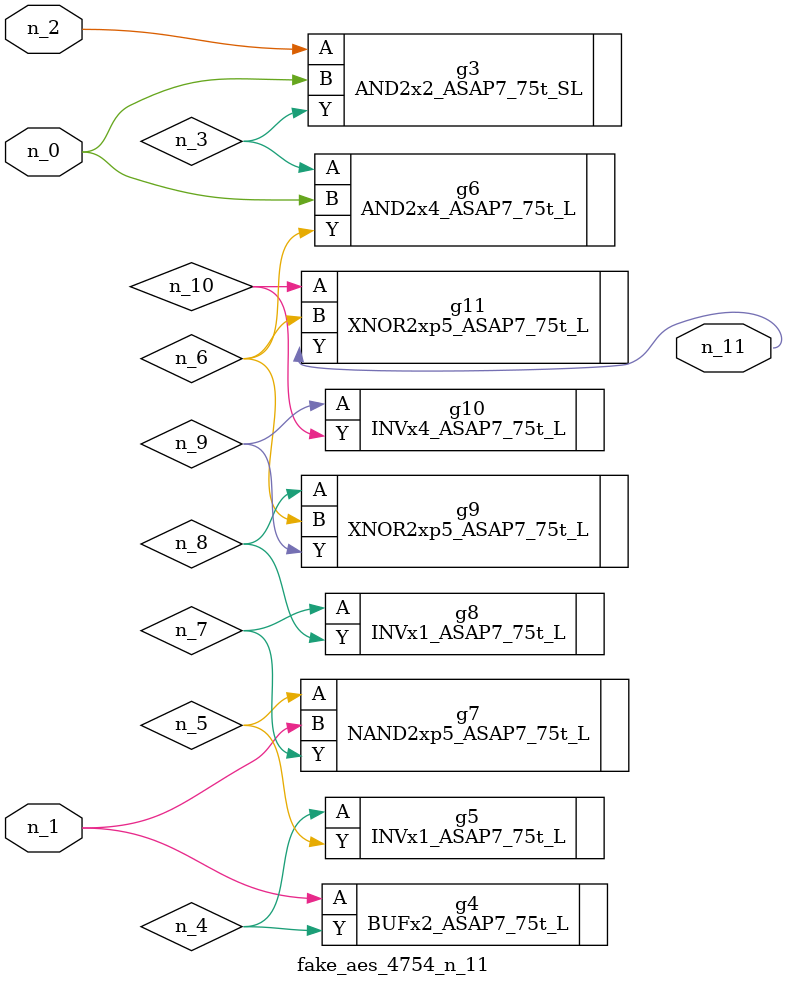
<source format=v>
module fake_aes_4754_n_11 (n_1, n_2, n_0, n_11);
input n_1;
input n_2;
input n_0;
output n_11;
wire n_6;
wire n_4;
wire n_3;
wire n_9;
wire n_5;
wire n_7;
wire n_10;
wire n_8;
AND2x2_ASAP7_75t_SL g3 ( .A(n_2), .B(n_0), .Y(n_3) );
BUFx2_ASAP7_75t_L g4 ( .A(n_1), .Y(n_4) );
INVx1_ASAP7_75t_L g5 ( .A(n_4), .Y(n_5) );
AND2x4_ASAP7_75t_L g6 ( .A(n_3), .B(n_0), .Y(n_6) );
NAND2xp5_ASAP7_75t_L g7 ( .A(n_5), .B(n_1), .Y(n_7) );
INVx1_ASAP7_75t_L g8 ( .A(n_7), .Y(n_8) );
XNOR2xp5_ASAP7_75t_L g9 ( .A(n_8), .B(n_6), .Y(n_9) );
INVx4_ASAP7_75t_L g10 ( .A(n_9), .Y(n_10) );
XNOR2xp5_ASAP7_75t_L g11 ( .A(n_10), .B(n_6), .Y(n_11) );
endmodule
</source>
